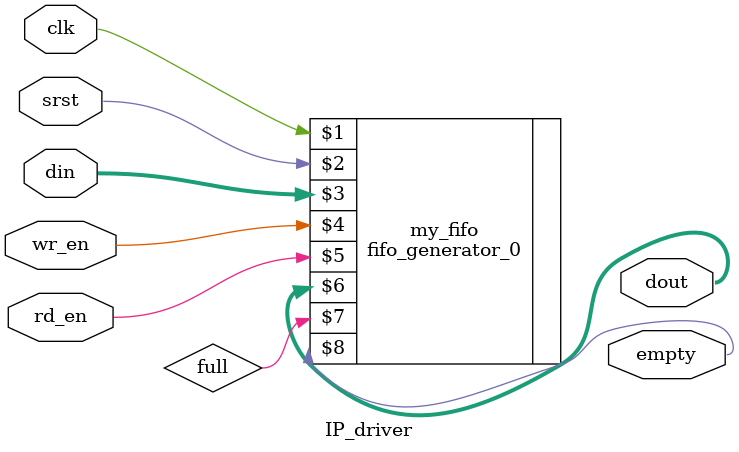
<source format=sv>
`timescale 1ns / 1ps


module IP_driver(
    input wire clk, wr_en, rd_en, srst,
    input wire [7:0] din,
    
    output wire empty,
    output wire [7:0] dout
    );
    
 
 fifo_generator_0 my_fifo(clk, srst, din, wr_en, rd_en, dout, full, empty);
 
 
    
endmodule

</source>
